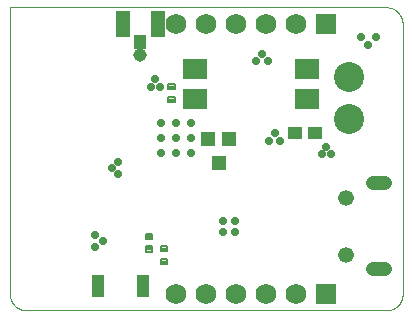
<source format=gbs>
G75*
%MOIN*%
%OFA0B0*%
%FSLAX25Y25*%
%IPPOS*%
%LPD*%
%AMOC8*
5,1,8,0,0,1.08239X$1,22.5*
%
%ADD10C,0.00100*%
%ADD11R,0.08374X0.06799*%
%ADD12R,0.04500X0.04300*%
%ADD13C,0.00741*%
%ADD14C,0.10000*%
%ADD15R,0.04500X0.05000*%
%ADD16C,0.00811*%
%ADD17R,0.04634X0.09161*%
%ADD18R,0.04437X0.04634*%
%ADD19C,0.04500*%
%ADD20C,0.05224*%
%ADD21R,0.04437X0.07193*%
%ADD22R,0.06925X0.06925*%
%ADD23C,0.06925*%
%ADD24C,0.02900*%
%ADD25C,0.04500*%
D10*
X0090095Y0095933D02*
X0210345Y0095933D01*
X0210490Y0095939D01*
X0210636Y0095948D01*
X0210781Y0095961D01*
X0210925Y0095978D01*
X0211069Y0096000D01*
X0211213Y0096024D01*
X0211356Y0096053D01*
X0211497Y0096086D01*
X0211638Y0096122D01*
X0211778Y0096163D01*
X0211917Y0096207D01*
X0212055Y0096255D01*
X0212191Y0096306D01*
X0212325Y0096361D01*
X0212459Y0096420D01*
X0212590Y0096483D01*
X0212720Y0096549D01*
X0212848Y0096618D01*
X0212974Y0096691D01*
X0213098Y0096767D01*
X0213220Y0096847D01*
X0213340Y0096930D01*
X0213457Y0097016D01*
X0213572Y0097105D01*
X0213685Y0097197D01*
X0213795Y0097293D01*
X0213902Y0097391D01*
X0214007Y0097492D01*
X0214109Y0097596D01*
X0214208Y0097703D01*
X0214304Y0097812D01*
X0214397Y0097924D01*
X0214487Y0098038D01*
X0214574Y0098155D01*
X0214658Y0098274D01*
X0214739Y0098395D01*
X0214816Y0098519D01*
X0214890Y0098644D01*
X0214960Y0098772D01*
X0215027Y0098901D01*
X0215090Y0099032D01*
X0215150Y0099165D01*
X0215207Y0099299D01*
X0215259Y0099435D01*
X0215308Y0099572D01*
X0215353Y0099710D01*
X0215394Y0099850D01*
X0215432Y0099991D01*
X0215466Y0100132D01*
X0215496Y0100275D01*
X0215522Y0100418D01*
X0215544Y0100562D01*
X0215562Y0100706D01*
X0215577Y0100851D01*
X0215587Y0100996D01*
X0215593Y0101142D01*
X0215596Y0101287D01*
X0215595Y0101433D01*
X0215595Y0191433D01*
X0215596Y0191434D02*
X0215592Y0191582D01*
X0215584Y0191729D01*
X0215573Y0191877D01*
X0215557Y0192024D01*
X0215538Y0192171D01*
X0215515Y0192318D01*
X0215488Y0192463D01*
X0215457Y0192608D01*
X0215422Y0192752D01*
X0215383Y0192895D01*
X0215341Y0193037D01*
X0215295Y0193177D01*
X0215245Y0193317D01*
X0215191Y0193455D01*
X0215134Y0193591D01*
X0215073Y0193726D01*
X0215008Y0193860D01*
X0214940Y0193991D01*
X0214869Y0194121D01*
X0214794Y0194249D01*
X0214715Y0194375D01*
X0214634Y0194498D01*
X0214549Y0194619D01*
X0214461Y0194739D01*
X0214370Y0194855D01*
X0214275Y0194969D01*
X0214178Y0195081D01*
X0214078Y0195190D01*
X0213975Y0195296D01*
X0213869Y0195400D01*
X0213760Y0195501D01*
X0213649Y0195598D01*
X0213535Y0195693D01*
X0213419Y0195785D01*
X0213300Y0195873D01*
X0213179Y0195959D01*
X0213056Y0196041D01*
X0212931Y0196120D01*
X0212803Y0196195D01*
X0212674Y0196267D01*
X0212542Y0196336D01*
X0212409Y0196401D01*
X0212275Y0196462D01*
X0212138Y0196520D01*
X0212000Y0196574D01*
X0211861Y0196625D01*
X0211721Y0196672D01*
X0211579Y0196715D01*
X0211436Y0196754D01*
X0211292Y0196790D01*
X0211148Y0196821D01*
X0211002Y0196849D01*
X0210856Y0196873D01*
X0210709Y0196893D01*
X0210562Y0196909D01*
X0210415Y0196921D01*
X0210267Y0196929D01*
X0210119Y0196933D01*
X0209970Y0196934D01*
X0209970Y0196933D02*
X0084720Y0196933D01*
X0084720Y0101183D01*
X0084724Y0101040D01*
X0084732Y0100896D01*
X0084743Y0100753D01*
X0084758Y0100609D01*
X0084777Y0100467D01*
X0084800Y0100325D01*
X0084827Y0100183D01*
X0084858Y0100043D01*
X0084892Y0099903D01*
X0084931Y0099764D01*
X0084973Y0099627D01*
X0085018Y0099490D01*
X0085068Y0099355D01*
X0085121Y0099222D01*
X0085177Y0099089D01*
X0085238Y0098959D01*
X0085301Y0098830D01*
X0085369Y0098702D01*
X0085439Y0098577D01*
X0085513Y0098453D01*
X0085590Y0098332D01*
X0085671Y0098213D01*
X0085755Y0098096D01*
X0085841Y0097981D01*
X0085931Y0097869D01*
X0086024Y0097759D01*
X0086120Y0097652D01*
X0086219Y0097547D01*
X0086321Y0097445D01*
X0086425Y0097346D01*
X0086532Y0097250D01*
X0086641Y0097156D01*
X0086753Y0097066D01*
X0086868Y0096979D01*
X0086984Y0096895D01*
X0087103Y0096814D01*
X0087224Y0096736D01*
X0087348Y0096662D01*
X0087473Y0096591D01*
X0087600Y0096523D01*
X0087729Y0096459D01*
X0087859Y0096398D01*
X0087991Y0096341D01*
X0088125Y0096288D01*
X0088260Y0096238D01*
X0088396Y0096192D01*
X0088533Y0096149D01*
X0088672Y0096110D01*
X0088812Y0096075D01*
X0088952Y0096044D01*
X0089093Y0096017D01*
X0089235Y0095993D01*
X0089378Y0095974D01*
X0089521Y0095958D01*
X0089664Y0095946D01*
X0089808Y0095938D01*
X0089952Y0095934D01*
X0090096Y0095933D01*
D11*
X0146316Y0166433D03*
X0146316Y0176433D03*
X0183875Y0176433D03*
X0183875Y0166433D03*
D12*
X0186442Y0154933D03*
X0179749Y0154933D03*
D13*
X0137534Y0165404D02*
X0137534Y0167132D01*
X0139656Y0167132D01*
X0139656Y0165404D01*
X0137534Y0165404D01*
X0137534Y0166144D02*
X0139656Y0166144D01*
X0139656Y0166884D02*
X0137534Y0166884D01*
X0137534Y0169734D02*
X0137534Y0171462D01*
X0139656Y0171462D01*
X0139656Y0169734D01*
X0137534Y0169734D01*
X0137534Y0170474D02*
X0139656Y0170474D01*
X0139656Y0171214D02*
X0137534Y0171214D01*
X0135034Y0117462D02*
X0135034Y0115734D01*
X0135034Y0117462D02*
X0137156Y0117462D01*
X0137156Y0115734D01*
X0135034Y0115734D01*
X0135034Y0116474D02*
X0137156Y0116474D01*
X0137156Y0117214D02*
X0135034Y0117214D01*
X0135034Y0113132D02*
X0135034Y0111404D01*
X0135034Y0113132D02*
X0137156Y0113132D01*
X0137156Y0111404D01*
X0135034Y0111404D01*
X0135034Y0112144D02*
X0137156Y0112144D01*
X0137156Y0112884D02*
X0135034Y0112884D01*
D14*
X0197595Y0159740D03*
X0197595Y0173520D03*
D15*
X0157845Y0152933D03*
X0150845Y0152933D03*
X0154345Y0144933D03*
D16*
X0132121Y0121445D02*
X0132121Y0119551D01*
X0130069Y0119551D01*
X0130069Y0121445D01*
X0132121Y0121445D01*
X0132121Y0120361D02*
X0130069Y0120361D01*
X0130069Y0121171D02*
X0132121Y0121171D01*
X0132121Y0117330D02*
X0132121Y0115436D01*
X0130069Y0115436D01*
X0130069Y0117330D01*
X0132121Y0117330D01*
X0132121Y0116246D02*
X0130069Y0116246D01*
X0130069Y0117056D02*
X0132121Y0117056D01*
D17*
X0133902Y0191433D03*
X0122288Y0191433D03*
D18*
X0128095Y0185429D03*
D19*
X0205595Y0138205D02*
X0209595Y0138205D01*
X0209595Y0109661D02*
X0205595Y0109661D01*
D20*
X0196847Y0114386D03*
X0196847Y0133480D03*
D21*
X0129075Y0103933D03*
X0114115Y0103933D03*
D22*
X0190095Y0101433D03*
X0190095Y0191433D03*
D23*
X0180095Y0191433D03*
X0170095Y0191433D03*
X0160095Y0191433D03*
X0150095Y0191433D03*
X0140095Y0191433D03*
X0140095Y0101433D03*
X0150095Y0101433D03*
X0160095Y0101433D03*
X0170095Y0101433D03*
X0180095Y0101433D03*
D24*
X0159720Y0122058D03*
X0159720Y0125558D03*
X0155720Y0125558D03*
X0155720Y0122058D03*
X0120595Y0141433D03*
X0118595Y0143433D03*
X0120595Y0145433D03*
X0135095Y0148433D03*
X0135095Y0153433D03*
X0135095Y0158433D03*
X0140095Y0158433D03*
X0145095Y0158433D03*
X0145095Y0153433D03*
X0140095Y0153433D03*
X0140095Y0148433D03*
X0145095Y0148433D03*
X0171095Y0152433D03*
X0173095Y0154933D03*
X0174595Y0152433D03*
X0188595Y0147933D03*
X0190095Y0150433D03*
X0191595Y0147933D03*
X0170595Y0178933D03*
X0168595Y0181433D03*
X0166595Y0178933D03*
X0134595Y0170433D03*
X0133095Y0172933D03*
X0131595Y0170433D03*
X0201595Y0186933D03*
X0204095Y0184433D03*
X0206595Y0186933D03*
X0115595Y0118933D03*
X0113095Y0116933D03*
X0113095Y0120933D03*
D25*
X0128095Y0180933D03*
M02*

</source>
